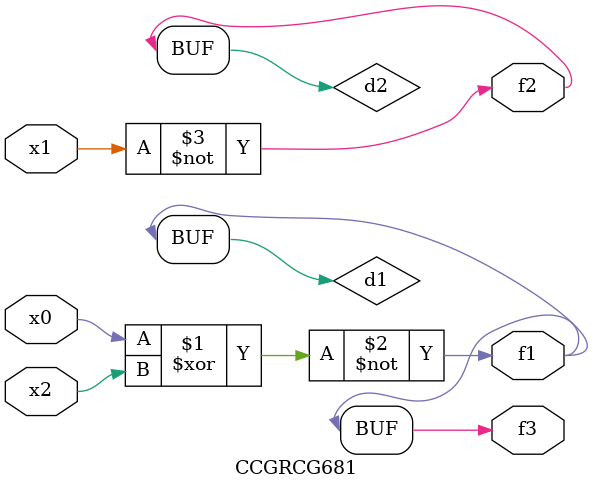
<source format=v>
module CCGRCG681(
	input x0, x1, x2,
	output f1, f2, f3
);

	wire d1, d2, d3;

	xnor (d1, x0, x2);
	nand (d2, x1);
	nor (d3, x1, x2);
	assign f1 = d1;
	assign f2 = d2;
	assign f3 = d1;
endmodule

</source>
